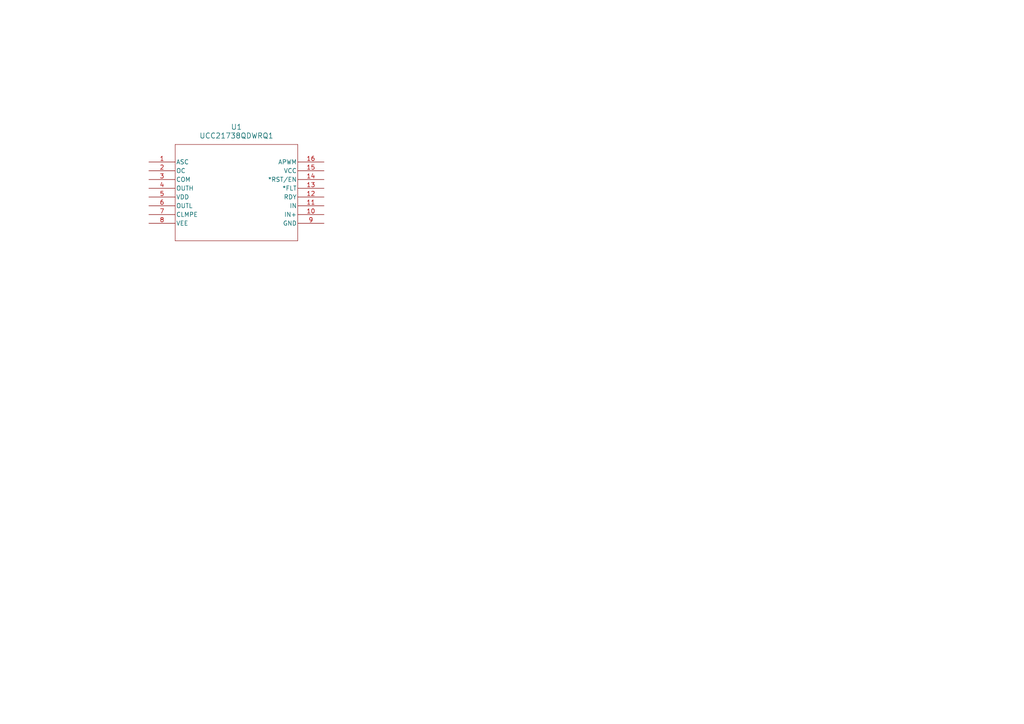
<source format=kicad_sch>
(kicad_sch (version 20231120) (generator "eeschema") (generator_version "8.0")
  (paper "A4")
  (lib_symbols
    (symbol "ul_UCC21738QDWRQ1:UCC21738QDWRQ1" (pin_names (offset 0.254))
      (property "Reference" "U" (at 25.4 10.16 0))
      (property "Value" "UCC21738QDWRQ1" (at 25.4 7.62 0))
      (symbol "UCC21738QDWRQ1_0_1"
        (polyline (pts (xy 7.62 -22.86) (xy 43.18 -22.86)) (stroke (width 0.127)))
        (polyline (pts (xy 7.62 5.08) (xy 7.62 -22.86)) (stroke (width 0.127)))
        (polyline (pts (xy 43.18 -22.86) (xy 43.18 5.08)) (stroke (width 0.127)))
        (polyline (pts (xy 43.18 5.08) (xy 7.62 5.08)) (stroke (width 0.127)))
        (pin input line (at 0 0 0) (length 7.62) (name "ASC") (number "1"))
        (pin input line (at 50.8 -15.24 180) (length 7.62) (name "IN+") (number "10"))
        (pin input line (at 50.8 -12.7 180) (length 7.62) (name "IN") (number "11"))
        (pin output line (at 50.8 -10.16 180) (length 7.62) (name "RDY") (number "12"))
        (pin output line (at 50.8 -7.62 180) (length 7.62) (name "*FLT") (number "13"))
        (pin input line (at 50.8 -5.08 180) (length 7.62) (name "*RST/EN") (number "14"))
        (pin power_in line (at 50.8 -2.54 180) (length 7.62) (name "VCC") (number "15"))
        (pin output line (at 50.8 0 180) (length 7.62) (name "APWM") (number "16"))
        (pin input line (at 0 -2.54 0) (length 7.62) (name "OC") (number "2"))
        (pin power_in line (at 0 -5.08 0) (length 7.62) (name "COM") (number "3"))
        (pin output line (at 0 -7.62 0) (length 7.62) (name "OUTH") (number "4"))
        (pin power_in line (at 0 -10.16 0) (length 7.62) (name "VDD") (number "5"))
        (pin output line (at 0 -12.7 0) (length 7.62) (name "OUTL") (number "6"))
        (pin output line (at 0 -15.24 0) (length 7.62) (name "CLMPE") (number "7"))
        (pin power_in line (at 0 -17.78 0) (length 7.62) (name "VEE") (number "8"))
        (pin power_in line (at 50.8 -17.78 180) (length 7.62) (name "GND") (number "9"))
      )
    )
  )
  (symbol (lib_id "ul_UCC21738QDWRQ1:UCC21738QDWRQ1") (at 43.18 46.99 0) (unit 1)
    (property "Reference" "U1" (at 68.58 36.83 0) (effects (font (size 1.524 1.524))))
    (property "Value" "UCC21738QDWRQ1" (at 68.58 39.37 0) (effects (font (size 1.524 1.524))))
    (property "Footprint" "Gate_Driver:SOIC16_DW_TEX" (effects (hide yes)))
    (property "Datasheet" "UCC21738QDWRQ1" (effects (hide yes)))
  )
)
</source>
